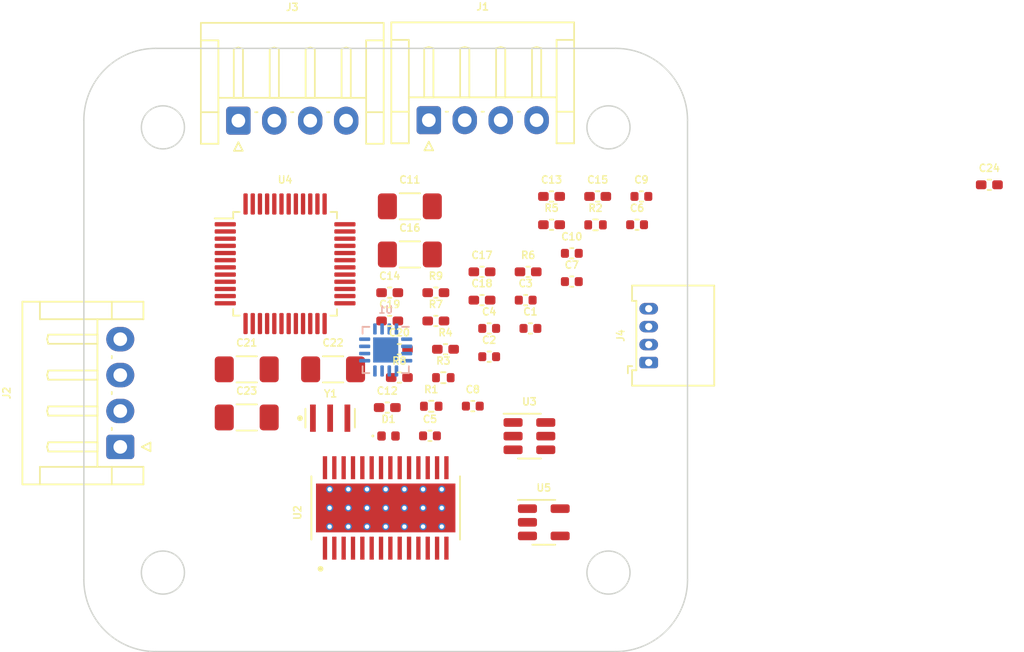
<source format=kicad_pcb>
(kicad_pcb (version 20211014) (generator pcbnew)
  (layers (0 "F.Cu" signal) (31 "B.Cu" signal) (34 "B.Paste" user) (35 "F.Paste" user) (36 "B.SilkS" user "B.Silkscreen") (37 "F.SilkS" user "F.Silkscreen") (38 "B.Mask" user) (39 "F.Mask" user) (44 "Edge.Cuts" user))
  (net 0 "")
  (net 10 "+24V")
  (net 11 "/VM")
  (net 12 "Net-(R9-Pad1)")
  (net 13 "Net-(C14-Pad1)")
  (net 14 "Net-(U3-Pad1)")
  (net 15 "Net-(U3-Pad6)")
  (net 16 "+5V")
  (net 17 "Net-(C17-Pad1)")
  (net 18 "Net-(C17-Pad2)")
  (net 19 "Net-(U2-Pad3)")
  (net 20 "Net-(R5-Pad1)")
  (net 21 "Step")
  (net 22 "Dir")
  (net 23 "Net-(R4-Pad2)")
  (net 24 "AOUT1")
  (net 25 "AOUT2")
  (net 26 "BOUT2")
  (net 27 "BOUT1")
  (net 29 "Reset")
  (net 30 "PWMD")
  (net 33 "HSE_OUT")
  (net 34 "GND")
  (net 35 "+3V3")
  (net 36 "HSE_IN")
  (net 37 "Net-(C6-Pad1)")
  (net 39 "Net-(D1-Pad1)")
  (net 40 "Net-(D1-Pad2)")
  (net 41 "USART2_RX")
  (net 42 "USART2_TX")
  (net 43 "SWCLK")
  (net 44 "SWDIO")
  (net 45 "Net-(JP1-Pad2)")
  (net 50 "MOSI")
  (net 51 "CS")
  (net 52 "MISO")
  (net 53 "SCK")
  (net 54 "Button")
  (net 58 "ERROR")
  (net 59 "SPI2_CS")
  (net 60 "SPI2_SCK")
  (net 61 "SPI2_MISO")
  (net 62 "SPI2_MOSI")
  (net 63 "PWMA")
  (net 64 "PWMB")
  (net 65 "PWMC")
  (net 66 "USB_DM")
  (net 67 "USB_DP")
  (net 72 "I2C1_SCL")
  (net 73 "I2C1_SDA")
  (footprint "Package_TO_SOT_SMD:SOT-23-5" (layer "F.Cu") (at 132 133)
    (fp_text reference "U5" (at 0 -2.4) (layer "F.SilkS") (effects (font (size 0.5 0.5) (thickness 0.1))))
    (fp_text value "SPX3819M5-L-3-3")
    (pad "1" smd roundrect locked (at -1.1375 -0.95) (size 1.325 0.6) (layers "F.Cu" "F.Paste" "F.Mask") (net 16 "+5V"))
    (pad "2" smd roundrect locked (at -1.1375 0) (size 1.325 0.6) (layers "F.Cu" "F.Paste" "F.Mask") (net 34 "GND"))
    (pad "3" smd roundrect locked (at -1.1375 0.95) (size 1.325 0.6) (layers "F.Cu" "F.Paste" "F.Mask") (net 16 "+5V"))
    (pad "4" smd roundrect locked (at 1.1375 0.95) (size 1.325 0.6) (layers "F.Cu" "F.Paste" "F.Mask"))
    (pad "5" smd roundrect locked (at 1.1375 -0.95) (size 1.325 0.6) (layers "F.Cu" "F.Paste" "F.Mask") (net 35 "+3V3"))
  )
  (footprint "Connector_Molex:Molex_PicoBlade_53048-0410_1x04_P1.25mm_Horizontal" (layer "F.Cu") (at 139.3 121.875 90)
    (fp_text reference "J4" (at 1.88 -1.95 90) (layer "F.SilkS") (effects (font (size 0.5 0.5) (thickness 0.1))))
    (fp_text value "Conn_01x04")
    (pad "1" thru_hole roundrect (at 0 0 90) (size 0.8 1.3) (drill 0.5) (layers *.Cu *.Mask) (net 35 "+3V3"))
    (pad "2" thru_hole oval (at 1.25 0 90) (size 0.8 1.3) (drill 0.5) (layers *.Cu *.Mask) (net 34 "GND"))
    (pad "3" thru_hole oval (at 2.5 0 90) (size 0.8 1.3) (drill 0.5) (layers *.Cu *.Mask) (net 43 "SWCLK"))
    (pad "4" thru_hole oval (at 3.75 0 90) (size 0.8 1.3) (drill 0.5) (layers *.Cu *.Mask) (net 44 "SWDIO"))
  )
  (footprint "CSTCE8M00G55:OSC_CSTCE8M00G55-R0" (layer "F.Cu") (at 117.135 125.75)
    (fp_text reference "Y1" (at 0.032 -1.7064) (layer "F.SilkS") (effects (font (size 0.5 0.5) (thickness 0.1))))
    (fp_text value "Crystal_GND3_Small")
    (pad "1" smd rect (at -1.2 0) (size 0.4 1.9) (layers "F.Cu" "F.Paste" "F.Mask") (net 33 "HSE_OUT"))
    (pad "2" smd rect (at 0 0) (size 0.4 1.9) (layers "F.Cu" "F.Paste" "F.Mask") (net 36 "HSE_IN"))
    (pad "3" smd rect (at 1.2 0) (size 0.4 1.9) (layers "F.Cu" "F.Paste" "F.Mask") (net 34 "GND"))
  )
  (footprint "Connector_JST:JST_EH_S4B-EH_1x04_P2.50mm_Horizontal" (layer "F.Cu") (at 110.75 105.0325)
    (fp_text reference "J3" (at 3.75 -7.9) (layer "F.SilkS") (effects (font (size 0.5 0.5) (thickness 0.1))))
    (fp_text value "Conn_01x04")
    (pad "1" thru_hole roundrect locked (at 0 0) (size 1.7 1.95) (drill 0.95) (layers *.Cu *.Mask) (roundrect_rratio 0.147059) (net 10 "+24V"))
    (pad "2" thru_hole oval locked (at 2.5 0) (size 1.7 1.95) (drill 0.95) (layers *.Cu *.Mask) (net 34 "GND"))
    (pad "3" thru_hole oval locked (at 5 0) (size 1.7 1.95) (drill 0.95) (layers *.Cu *.Mask) (net 21 "Step"))
    (pad "4" thru_hole oval locked (at 7.5 0) (size 1.7 1.95) (drill 0.95) (layers *.Cu *.Mask) (net 22 "Dir"))
  )
  (footprint "Capacitor_SMD:C_0402_1005Metric_Pad0.74x0.62mm_HandSolder" (layer "F.Cu") (at 121.28 117.01)
    (fp_text reference "C14" (at 0 -1.16) (layer "F.SilkS") (effects (font (size 0.5 0.5) (thickness 0.1))))
    (fp_text value "100nF")
    (pad "1" smd roundrect (at -0.5675 0) (size 0.735 0.62) (layers "F.Cu" "F.Paste" "F.Mask") (net 13 "Net-(C14-Pad1)"))
    (pad "2" smd roundrect (at 0.5675 0) (size 0.735 0.62) (layers "F.Cu" "F.Paste" "F.Mask") (net 34 "GND"))
  )
  (footprint "Capacitor_SMD:C_0402_1005Metric_Pad0.74x0.62mm_HandSolder" (layer "F.Cu") (at 124.49 117.01)
    (fp_text reference "R9" (at 0 -1.16) (layer "F.SilkS") (effects (font (size 0.5 0.5) (thickness 0.1))))
    (fp_text value "10k")
    (pad "1" smd roundrect (at -0.5675 0) (size 0.735 0.62) (layers "F.Cu" "F.Paste" "F.Mask") (net 12 "Net-(R9-Pad1)"))
    (pad "2" smd roundrect (at 0.5675 0) (size 0.735 0.62) (layers "F.Cu" "F.Paste" "F.Mask") (net 35 "+3V3"))
  )
  (footprint "Capacitor_SMD:C_0402_1005Metric" (layer "F.Cu") (at 130.74 117.53)
    (fp_text reference "C3" (at 0 -1.16) (layer "F.SilkS") (effects (font (size 0.5 0.5) (thickness 0.1))))
    (fp_text value "100nf")
    (pad "1" smd roundrect (at -0.48 0) (size 0.56 0.62) (layers "F.Cu" "F.Paste" "F.Mask") (net 35 "+3V3"))
    (pad "2" smd roundrect (at 0.48 0) (size 0.56 0.62) (layers "F.Cu" "F.Paste" "F.Mask") (net 34 "GND"))
  )
  (footprint "Capacitor_SMD:C_0402_1005Metric" (layer "F.Cu") (at 131.07 119.5)
    (fp_text reference "C1" (at 0 -1.16) (layer "F.SilkS") (effects (font (size 0.5 0.5) (thickness 0.1))))
    (fp_text value "30PF")
    (pad "1" smd roundrect (at -0.48 0) (size 0.56 0.62) (layers "F.Cu" "F.Paste" "F.Mask") (net 33 "HSE_OUT"))
    (pad "2" smd roundrect (at 0.48 0) (size 0.56 0.62) (layers "F.Cu" "F.Paste" "F.Mask") (net 34 "GND"))
  )
  (footprint "Package_QFP:LQFP-48_7x7mm_P0.5mm" (layer "F.Cu") (at 114 115)
    (fp_text reference "U4" (at 0 -5.85) (layer "F.SilkS") (effects (font (size 0.5 0.5) (thickness 0.1))))
    (fp_text value "STM32F103C8T6")
    (pad "1" smd roundrect (at -4.1625 -2.75) (size 1.475 0.3) (layers "F.Cu" "F.Paste" "F.Mask") (net 35 "+3V3"))
    (pad "2" smd roundrect (at -4.1625 -2.25) (size 1.475 0.3) (layers "F.Cu" "F.Paste" "F.Mask") (net 40 "Net-(D1-Pad2)"))
    (pad "3" smd roundrect (at -4.1625 -1.75) (size 1.475 0.3) (layers "F.Cu" "F.Paste" "F.Mask"))
    (pad "4" smd roundrect (at -4.1625 -1.25) (size 1.475 0.3) (layers "F.Cu" "F.Paste" "F.Mask"))
    (pad "5" smd roundrect (at -4.1625 -0.75) (size 1.475 0.3) (layers "F.Cu" "F.Paste" "F.Mask") (net 36 "HSE_IN"))
    (pad "6" smd roundrect (at -4.1625 -0.25) (size 1.475 0.3) (layers "F.Cu" "F.Paste" "F.Mask") (net 33 "HSE_OUT"))
    (pad "7" smd roundrect (at -4.1625 0.25) (size 1.475 0.3) (layers "F.Cu" "F.Paste" "F.Mask") (net 37 "Net-(C6-Pad1)"))
    (pad "8" smd roundrect (at -4.1625 0.75) (size 1.475 0.3) (layers "F.Cu" "F.Paste" "F.Mask") (net 34 "GND"))
    (pad "9" smd roundrect (at -4.1625 1.25) (size 1.475 0.3) (layers "F.Cu" "F.Paste" "F.Mask") (net 35 "+3V3"))
    (pad "10" smd roundrect (at -4.1625 1.75) (size 1.475 0.3) (layers "F.Cu" "F.Paste" "F.Mask") (net 29 "Reset"))
    (pad "11" smd roundrect (at -4.1625 2.25) (size 1.475 0.3) (layers "F.Cu" "F.Paste" "F.Mask") (net 30 "PWMD"))
    (pad "12" smd roundrect (at -4.1625 2.75) (size 1.475 0.3) (layers "F.Cu" "F.Paste" "F.Mask") (net 42 "USART2_TX"))
    (pad "13" smd roundrect (at -2.75 4.1625) (size 0.3 1.475) (layers "F.Cu" "F.Paste" "F.Mask") (net 41 "USART2_RX"))
    (pad "14" smd roundrect (at -2.25 4.1625) (size 0.3 1.475) (layers "F.Cu" "F.Paste" "F.Mask") (net 51 "CS"))
    (pad "15" smd roundrect (at -1.75 4.1625) (size 0.3 1.475) (layers "F.Cu" "F.Paste" "F.Mask") (net 53 "SCK"))
    (pad "16" smd roundrect (at -1.25 4.1625) (size 0.3 1.475) (layers "F.Cu" "F.Paste" "F.Mask") (net 52 "MISO"))
    (pad "17" smd roundrect (at -0.75 4.1625) (size 0.3 1.475) (layers "F.Cu" "F.Paste" "F.Mask") (net 50 "MOSI"))
    (pad "18" smd roundrect (at -0.25 4.1625) (size 0.3 1.475) (layers "F.Cu" "F.Paste" "F.Mask") (net 54 "Button"))
    (pad "19" smd roundrect (at 0.25 4.1625) (size 0.3 1.475) (layers "F.Cu" "F.Paste" "F.Mask"))
    (pad "20" smd roundrect (at 0.75 4.1625) (size 0.3 1.475) (layers "F.Cu" "F.Paste" "F.Mask"))
    (pad "21" smd roundrect (at 1.25 4.1625) (size 0.3 1.475) (layers "F.Cu" "F.Paste" "F.Mask"))
    (pad "22" smd roundrect (at 1.75 4.1625) (size 0.3 1.475) (layers "F.Cu" "F.Paste" "F.Mask") (net 58 "ERROR"))
    (pad "23" smd roundrect (at 2.25 4.1625) (size 0.3 1.475) (layers "F.Cu" "F.Paste" "F.Mask") (net 34 "GND"))
    (pad "24" smd roundrect (at 2.75 4.1625) (size 0.3 1.475) (layers "F.Cu" "F.Paste" "F.Mask") (net 35 "+3V3"))
    (pad "25" smd roundrect (at 4.1625 2.75) (size 1.475 0.3) (layers "F.Cu" "F.Paste" "F.Mask") (net 59 "SPI2_CS"))
    (pad "26" smd roundrect (at 4.1625 2.25) (size 1.475 0.3) (layers "F.Cu" "F.Paste" "F.Mask") (net 60 "SPI2_SCK"))
    (pad "27" smd roundrect (at 4.1625 1.75) (size 1.475 0.3) (layers "F.Cu" "F.Paste" "F.Mask") (net 61 "SPI2_MISO"))
    (pad "28" smd roundrect (at 4.1625 1.25) (size 1.475 0.3) (layers "F.Cu" "F.Paste" "F.Mask") (net 62 "SPI2_MOSI"))
    (pad "29" smd roundrect (at 4.1625 0.75) (size 1.475 0.3) (layers "F.Cu" "F.Paste" "F.Mask") (net 63 "PWMA"))
    (pad "30" smd roundrect (at 4.1625 0.25) (size 1.475 0.3) (layers "F.Cu" "F.Paste" "F.Mask") (net 64 "PWMB"))
    (pad "31" smd roundrect (at 4.1625 -0.25) (size 1.475 0.3) (layers "F.Cu" "F.Paste" "F.Mask") (net 65 "PWMC"))
    (pad "32" smd roundrect (at 4.1625 -0.75) (size 1.475 0.3) (layers "F.Cu" "F.Paste" "F.Mask") (net 66 "USB_DM"))
    (pad "33" smd roundrect (at 4.1625 -1.25) (size 1.475 0.3) (layers "F.Cu" "F.Paste" "F.Mask") (net 67 "USB_DP"))
    (pad "34" smd roundrect (at 4.1625 -1.75) (size 1.475 0.3) (layers "F.Cu" "F.Paste" "F.Mask") (net 44 "SWDIO"))
    (pad "35" smd roundrect (at 4.1625 -2.25) (size 1.475 0.3) (layers "F.Cu" "F.Paste" "F.Mask") (net 34 "GND"))
    (pad "36" smd roundrect (at 4.1625 -2.75) (size 1.475 0.3) (layers "F.Cu" "F.Paste" "F.Mask") (net 35 "+3V3"))
    (pad "37" smd roundrect (at 2.75 -4.1625) (size 0.3 1.475) (layers "F.Cu" "F.Paste" "F.Mask") (net 43 "SWCLK"))
    (pad "38" smd roundrect (at 2.25 -4.1625) (size 0.3 1.475) (layers "F.Cu" "F.Paste" "F.Mask"))
    (pad "39" smd roundrect (at 1.75 -4.1625) (size 0.3 1.475) (layers "F.Cu" "F.Paste" "F.Mask"))
    (pad "40" smd roundrect (at 1.25 -4.1625) (size 0.3 1.475) (layers "F.Cu" "F.Paste" "F.Mask"))
    (pad "41" smd roundrect (at 0.75 -4.1625) (size 0.3 1.475) (layers "F.Cu" "F.Paste" "F.Mask"))
    (pad "42" smd roundrect (at 0.25 -4.1625) (size 0.3 1.475) (layers "F.Cu" "F.Paste" "F.Mask") (net 72 "I2C1_SCL"))
    (pad "43" smd roundrect (at -0.25 -4.1625) (size 0.3 1.475) (layers "F.Cu" "F.Paste" "F.Mask") (net 73 "I2C1_SDA"))
    (pad "44" smd roundrect (at -0.75 -4.1625) (size 0.3 1.475) (layers "F.Cu" "F.Paste" "F.Mask") (net 45 "Net-(JP1-Pad2)"))
    (pad "45" smd roundrect (at -1.25 -4.1625) (size 0.3 1.475) (layers "F.Cu" "F.Paste" "F.Mask"))
    (pad "46" smd roundrect (at -1.75 -4.1625) (size 0.3 1.475) (layers "F.Cu" "F.Paste" "F.Mask"))
    (pad "47" smd roundrect (at -2.25 -4.1625) (size 0.3 1.475) (layers "F.Cu" "F.Paste" "F.Mask") (net 34 "GND"))
    (pad "48" smd roundrect (at -2.75 -4.1625) (size 0.3 1.475) (layers "F.Cu" "F.Paste" "F.Mask") (net 35 "+3V3"))
  )
  (footprint "Capacitor_SMD:C_1206_3216Metric_Pad1.33x1.80mm_HandSolder" (layer "F.Cu") (at 122.68 111)
    (fp_text reference "C11" (at 0 -1.85) (layer "F.SilkS") (effects (font (size 0.5 0.5) (thickness 0.1))))
    (fp_text value "4.7uF")
    (pad "1" smd roundrect (at -1.5625 0) (size 1.325 1.8) (layers "F.Cu" "F.Paste" "F.Mask") (roundrect_rratio 0.188679) (net 10 "+24V"))
    (pad "2" smd roundrect (at 1.5625 0) (size 1.325 1.8) (layers "F.Cu" "F.Paste" "F.Mask") (roundrect_rratio 0.188679) (net 34 "GND"))
  )
  (footprint "Capacitor_SMD:C_1206_3216Metric_Pad1.33x1.80mm_HandSolder" (layer "F.Cu") (at 111.33 122.35)
    (fp_text reference "C21" (at 0 -1.85) (layer "F.SilkS") (effects (font (size 0.5 0.5) (thickness 0.1))))
    (fp_text value "47uF")
    (pad "1" smd roundrect (at -1.5625 0) (size 1.325 1.8) (layers "F.Cu" "F.Paste" "F.Mask") (roundrect_rratio 0.188679) (net 16 "+5V"))
    (pad "2" smd roundrect (at 1.5625 0) (size 1.325 1.8) (layers "F.Cu" "F.Paste" "F.Mask") (roundrect_rratio 0.188679) (net 34 "GND"))
  )
  (footprint "Capacitor_SMD:C_0402_1005Metric_Pad0.74x0.62mm_HandSolder" (layer "F.Cu") (at 135.75 110.31)
    (fp_text reference "C15" (at 0 -1.16) (layer "F.SilkS") (effects (font (size 0.5 0.5) (thickness 0.1))))
    (fp_text value "4.7uF")
    (pad "1" smd roundrect (at -0.5675 0) (size 0.735 0.62) (layers "F.Cu" "F.Paste" "F.Mask") (net 14 "Net-(U3-Pad1)"))
    (pad "2" smd roundrect (at 0.5675 0) (size 0.735 0.62) (layers "F.Cu" "F.Paste" "F.Mask") (net 15 "Net-(U3-Pad6)"))
  )
  (footprint "Package_TO_SOT_SMD:SOT-23-6" (layer "F.Cu") (at 131 127)
    (fp_text reference "U3" (at 0 -2.4) (layer "F.SilkS") (effects (font (size 0.5 0.5) (thickness 0.1))))
    (fp_text value "ME3116")
    (pad "1" smd roundrect locked (at -1.1375 -0.95) (size 1.325 0.6) (layers "F.Cu" "F.Paste" "F.Mask") (net 14 "Net-(U3-Pad1)"))
    (pad "2" smd roundrect locked (at -1.1375 0) (size 1.325 0.6) (layers "F.Cu" "F.Paste" "F.Mask") (net 34 "GND"))
    (pad "3" smd roundrect locked (at -1.1375 0.95) (size 1.325 0.6) (layers "F.Cu" "F.Paste" "F.Mask") (net 20 "Net-(R5-Pad1)"))
    (pad "4" smd roundrect locked (at 1.1375 0.95) (size 1.325 0.6) (layers "F.Cu" "F.Paste" "F.Mask") (net 23 "Net-(R4-Pad2)"))
    (pad "5" smd roundrect locked (at 1.1375 0) (size 1.325 0.6) (layers "F.Cu" "F.Paste" "F.Mask") (net 10 "+24V"))
    (pad "6" smd roundrect locked (at 1.1375 -0.95) (size 1.325 0.6) (layers "F.Cu" "F.Paste" "F.Mask") (net 15 "Net-(U3-Pad6)"))
  )
  (footprint "Capacitor_SMD:C_1206_3216Metric_Pad1.33x1.80mm_HandSolder" (layer "F.Cu") (at 111.33 125.7)
    (fp_text reference "C23" (at 0 -1.85) (layer "F.SilkS") (effects (font (size 0.5 0.5) (thickness 0.1))))
    (fp_text value "47uF")
    (pad "1" smd roundrect (at -1.5625 0) (size 1.325 1.8) (layers "F.Cu" "F.Paste" "F.Mask") (roundrect_rratio 0.188679) (net 11 "/VM"))
    (pad "2" smd roundrect (at 1.5625 0) (size 1.325 1.8) (layers "F.Cu" "F.Paste" "F.Mask") (roundrect_rratio 0.188679) (net 34 "GND"))
  )
  (footprint "Capacitor_SMD:C_0402_1005Metric_Pad0.74x0.62mm_HandSolder" (layer "F.Cu") (at 121.28 118.98)
    (fp_text reference "C19" (at 0 -1.16) (layer "F.SilkS") (effects (font (size 0.5 0.5) (thickness 0.1))))
    (fp_text value "100nF")
    (pad "1" smd roundrect (at -0.5675 0) (size 0.735 0.62) (layers "F.Cu" "F.Paste" "F.Mask") (net 11 "/VM"))
    (pad "2" smd roundrect (at 0.5675 0) (size 0.735 0.62) (layers "F.Cu" "F.Paste" "F.Mask") (net 34 "GND"))
  )
  (footprint "Capacitor_SMD:C_0402_1005Metric" (layer "F.Cu") (at 133.95 114.27)
    (fp_text reference "C10" (at 0 -1.16) (layer "F.SilkS") (effects (font (size 0.5 0.5) (thickness 0.1))))
    (fp_text value "10uf")
    (pad "1" smd roundrect (at -0.48 0) (size 0.56 0.62) (layers "F.Cu" "F.Paste" "F.Mask") (net 35 "+3V3"))
    (pad "2" smd roundrect (at 0.48 0) (size 0.56 0.62) (layers "F.Cu" "F.Paste" "F.Mask") (net 34 "GND"))
  )
  (footprint "Capacitor_SMD:C_0402_1005Metric" (layer "F.Cu") (at 138.49 112.28)
    (fp_text reference "C6" (at 0 -1.16) (layer "F.SilkS") (effects (font (size 0.5 0.5) (thickness 0.1))))
    (fp_text value "100nf")
    (pad "1" smd roundrect (at -0.48 0) (size 0.56 0.62) (layers "F.Cu" "F.Paste" "F.Mask") (net 37 "Net-(C6-Pad1)"))
    (pad "2" smd roundrect (at 0.48 0) (size 0.56 0.62) (layers "F.Cu" "F.Paste" "F.Mask") (net 34 "GND"))
  )
  (footprint "Capacitor_SMD:C_1206_3216Metric_Pad1.33x1.80mm_HandSolder" (layer "F.Cu") (at 122.68 114.35)
    (fp_text reference "C16" (at 0 -1.85) (layer "F.SilkS") (effects (font (size 0.5 0.5) (thickness 0.1))))
    (fp_text value "47uF")
    (pad "1" smd roundrect (at -1.5625 0) (size 1.325 1.8) (layers "F.Cu" "F.Paste" "F.Mask") (roundrect_rratio 0.188679) (net 16 "+5V"))
    (pad "2" smd roundrect (at 1.5625 0) (size 1.325 1.8) (layers "F.Cu" "F.Paste" "F.Mask") (roundrect_rratio 0.188679) (net 34 "GND"))
  )
  (footprint "Capacitor_SMD:C_0402_1005Metric_Pad0.74x0.62mm_HandSolder" (layer "F.Cu") (at 127.7 115.56)
    (fp_text reference "C17" (at 0 -1.16) (layer "F.SilkS") (effects (font (size 0.5 0.5) (thickness 0.1))))
    (fp_text value "100nF")
    (pad "1" smd roundrect (at -0.5675 0) (size 0.735 0.62) (layers "F.Cu" "F.Paste" "F.Mask") (net 17 "Net-(C17-Pad1)"))
    (pad "2" smd roundrect (at 0.5675 0) (size 0.735 0.62) (layers "F.Cu" "F.Paste" "F.Mask") (net 18 "Net-(C17-Pad2)"))
  )
  (footprint "Capacitor_SMD:C_0402_1005Metric_Pad0.74x0.62mm_HandSolder" (layer "F.Cu") (at 132.54 112.28)
    (fp_text reference "R5" (at 0 -1.16) (layer "F.SilkS") (effects (font (size 0.5 0.5) (thickness 0.1))))
    (fp_text value "R_Small")
    (pad "1" smd roundrect (at -0.5675 0) (size 0.735 0.62) (layers "F.Cu" "F.Paste" "F.Mask") (net 20 "Net-(R5-Pad1)"))
    (pad "2" smd roundrect (at 0.5675 0) (size 0.735 0.62) (layers "F.Cu" "F.Paste" "F.Mask") (net 34 "GND"))
  )
  (footprint "Connector_JST:JST_EH_S4B-EH_1x04_P2.50mm_Horizontal" (layer "F.Cu") (at 102.5325 127.75 90)
    (fp_text reference "J2" (at 3.75 -7.9 90) (layer "F.SilkS") (effects (font (size 0.5 0.5) (thickness 0.1))))
    (fp_text value "Conn_01x04")
    (pad "1" thru_hole roundrect locked (at 0 0 90) (size 1.7 1.95) (drill 0.95) (layers *.Cu *.Mask) (roundrect_rratio 0.147059) (net 10 "+24V"))
    (pad "2" thru_hole oval locked (at 2.5 0 90) (size 1.7 1.95) (drill 0.95) (layers *.Cu *.Mask) (net 34 "GND"))
    (pad "3" thru_hole oval locked (at 5 0 90) (size 1.7 1.95) (drill 0.95) (layers *.Cu *.Mask) (net 41 "USART2_RX"))
    (pad "4" thru_hole oval locked (at 7.5 0 90) (size 1.7 1.95) (drill 0.95) (layers *.Cu *.Mask) (net 42 "USART2_TX"))
  )
  (footprint "Capacitor_SMD:C_1206_3216Metric_Pad1.33x1.80mm_HandSolder" (layer "F.Cu") (at 117.34 122.35)
    (fp_text reference "C22" (at 0 -1.85) (layer "F.SilkS") (effects (font (size 0.5 0.5) (thickness 0.1))))
    (fp_text value "47uF")
    (pad "1" smd roundrect (at -1.5625 0) (size 1.325 1.8) (layers "F.Cu" "F.Paste" "F.Mask") (roundrect_rratio 0.188679) (net 35 "+3V3"))
    (pad "2" smd roundrect (at 1.5625 0) (size 1.325 1.8) (layers "F.Cu" "F.Paste" "F.Mask") (roundrect_rratio 0.188679) (net 34 "GND"))
  )
  (footprint "Capacitor_SMD:C_0402_1005Metric_Pad0.74x0.62mm_HandSolder" (layer "F.Cu") (at 121.95 122.92)
    (fp_text reference "R8" (at 0 -1.16) (layer "F.SilkS") (effects (font (size 0.5 0.5) (thickness 0.1))))
    (fp_text value "10k")
    (pad "1" smd roundrect (at -0.5675 0) (size 0.735 0.62) (layers "F.Cu" "F.Paste" "F.Mask"))
    (pad "2" smd roundrect (at 0.5675 0) (size 0.735 0.62) (layers "F.Cu" "F.Paste" "F.Mask"))
  )
  (footprint "Capacitor_SMD:C_0402_1005Metric_Pad0.74x0.62mm_HandSolder" (layer "F.Cu") (at 132.54 110.31)
    (fp_text reference "C13" (at 0 -1.16) (layer "F.SilkS") (effects (font (size 0.5 0.5) (thickness 0.1))))
    (fp_text value "100nF")
    (pad "1" smd roundrect (at -0.5675 0) (size 0.735 0.62) (layers "F.Cu" "F.Paste" "F.Mask") (net 12 "Net-(R9-Pad1)"))
    (pad "2" smd roundrect (at 0.5675 0) (size 0.735 0.62) (layers "F.Cu" "F.Paste" "F.Mask") (net 34 "GND"))
  )
  (footprint "Capacitor_SMD:C_0402_1005Metric" (layer "F.Cu") (at 128.2 119.5)
    (fp_text reference "C4" (at 0 -1.16) (layer "F.SilkS") (effects (font (size 0.5 0.5) (thickness 0.1))))
    (fp_text value "30PF")
    (pad "1" smd roundrect (at -0.48 0) (size 0.56 0.62) (layers "F.Cu" "F.Paste" "F.Mask") (net 36 "HSE_IN"))
    (pad "2" smd roundrect (at 0.48 0) (size 0.56 0.62) (layers "F.Cu" "F.Paste" "F.Mask") (net 34 "GND"))
  )
  (footprint "Capacitor_SMD:C_0402_1005Metric_Pad0.74x0.62mm_HandSolder" (layer "F.Cu") (at 124.49 118.98)
    (fp_text reference "R7" (at 0 -1.16) (layer "F.SilkS") (effects (font (size 0.5 0.5) (thickness 0.1))))
    (fp_text value "10k")
    (pad "1" smd roundrect (at -0.5675 0) (size 0.735 0.62) (layers "F.Cu" "F.Paste" "F.Mask"))
    (pad "2" smd roundrect (at 0.5675 0) (size 0.735 0.62) (layers "F.Cu" "F.Paste" "F.Mask"))
  )
  (footprint "Capacitor_SMD:C_0402_1005Metric" (layer "F.Cu") (at 124.08 126.98)
    (fp_text reference "C5" (at 0 -1.16) (layer "F.SilkS") (effects (font (size 0.5 0.5) (thickness 0.1))))
    (fp_text value "100nf")
    (pad "1" smd roundrect (at -0.48 0) (size 0.56 0.62) (layers "F.Cu" "F.Paste" "F.Mask") (net 35 "+3V3"))
    (pad "2" smd roundrect (at 0.48 0) (size 0.56 0.62) (layers "F.Cu" "F.Paste" "F.Mask") (net 34 "GND"))
  )
  (footprint "Capacitor_SMD:C_0402_1005Metric_Pad0.74x0.62mm_HandSolder" (layer "F.Cu") (at 121.95 120.95)
    (fp_text reference "C20" (at 0 -1.16) (layer "F.SilkS") (effects (font (size 0.5 0.5) (thickness 0.1))))
    (fp_text value "4.7uF")
    (pad "1" smd roundrect (at -0.5675 0) (size 0.735 0.62) (layers "F.Cu" "F.Paste" "F.Mask") (net 16 "+5V"))
    (pad "2" smd roundrect (at 0.5675 0) (size 0.735 0.62) (layers "F.Cu" "F.Paste" "F.Mask") (net 34 "GND"))
  )
  (footprint "Resistor_SMD:R_0402_1005Metric" (layer "F.Cu") (at 135.6 112.29)
    (fp_text reference "R2" (at 0 -1.17) (layer "F.SilkS") (effects (font (size 0.5 0.5) (thickness 0.1))))
    (fp_text value "1K5")
    (pad "1" smd roundrect (at -0.51 0) (size 0.54 0.64) (layers "F.Cu" "F.Paste" "F.Mask") (net 39 "Net-(D1-Pad1)"))
    (pad "2" smd roundrect (at 0.51 0) (size 0.54 0.64) (layers "F.Cu" "F.Paste" "F.Mask") (net 34 "GND"))
  )
  (footprint "Capacitor_SMD:C_0402_1005Metric_Pad0.74x0.62mm_HandSolder" (layer "F.Cu") (at 130.91 115.56)
    (fp_text reference "R6" (at 0 -1.16) (layer "F.SilkS") (effects (font (size 0.5 0.5) (thickness 0.1))))
    (fp_text value "R_Small")
    (pad "1" smd roundrect (at -0.5675 0) (size 0.735 0.62) (layers "F.Cu" "F.Paste" "F.Mask") (net 16 "+5V"))
    (pad "2" smd roundrect (at 0.5675 0) (size 0.735 0.62) (layers "F.Cu" "F.Paste" "F.Mask") (net 20 "Net-(R5-Pad1)"))
  )
  (footprint "Capacitor_SMD:C_0402_1005Metric_Pad0.74x0.62mm_HandSolder" (layer "F.Cu") (at 125.16 120.95)
    (fp_text reference "R4" (at 0 -1.16) (layer "F.SilkS") (effects (font (size 0.5 0.5) (thickness 0.1))))
    (fp_text value "R_Small")
    (pad "1" smd roundrect (at -0.5675 0) (size 0.735 0.62) (layers "F.Cu" "F.Paste" "F.Mask") (net 10 "+24V"))
    (pad "2" smd roundrect (at 0.5675 0) (size 0.735 0.62) (layers "F.Cu" "F.Paste" "F.Mask") (net 23 "Net-(R4-Pad2)"))
  )
  (footprint "Capacitor_SMD:C_0402_1005Metric" (layer "F.Cu") (at 138.79 110.31)
    (fp_text reference "C9" (at 0 -1.16) (layer "F.SilkS") (effects (font (size 0.5 0.5) (thickness 0.1))))
    (fp_text value "100nf")
    (pad "1" smd roundrect (at -0.48 0) (size 0.56 0.62) (layers "F.Cu" "F.Paste" "F.Mask") (net 35 "+3V3"))
    (pad "2" smd roundrect (at 0.48 0) (size 0.56 0.62) (layers "F.Cu" "F.Paste" "F.Mask") (net 34 "GND"))
  )
  (footprint "Connector_JST:JST_EH_S4B-EH_1x04_P2.50mm_Horizontal" (layer "F.Cu") (at 124 105)
    (fp_text reference "J1" (at 3.75 -7.9) (layer "F.SilkS") (effects (font (size 0.5 0.5) (thickness 0.1))))
    (fp_text value "Conn_01x04")
    (pad "1" thru_hole roundrect locked (at 0 0) (size 1.7 1.95) (drill 0.95) (layers *.Cu *.Mask) (roundrect_rratio 0.147059) (net 10 "+24V"))
    (pad "2" thru_hole oval locked (at 2.5 0) (size 1.7 1.95) (drill 0.95) (layers *.Cu *.Mask) (net 34 "GND"))
    (pad "3" thru_hole oval locked (at 5 0) (size 1.7 1.95) (drill 0.95) (layers *.Cu *.Mask) (net 41 "USART2_RX"))
    (pad "4" thru_hole oval locked (at 7.5 0) (size 1.7 1.95) (drill 0.95) (layers *.Cu *.Mask) (net 42 "USART2_TX"))
  )
  (footprint "Capacitor_SMD:C_0402_1005Metric_Pad0.74x0.62mm_HandSolder" (layer "F.Cu") (at 121.11 125.01)
    (fp_text reference "C12" (at 0 -1.16) (layer "F.SilkS") (effects (font (size 0.5 0.5) (thickness 0.1))))
    (fp_text value "100nF")
    (pad "1" smd roundrect (at -0.5675 0) (size 0.735 0.62) (layers "F.Cu" "F.Paste" "F.Mask") (net 34 "GND"))
    (pad "2" smd roundrect (at 0.5675 0) (size 0.735 0.62) (layers "F.Cu" "F.Paste" "F.Mask") (net 11 "/VM"))
  )
  (footprint "Capacitor_SMD:C_0402_1005Metric" (layer "F.Cu") (at 128.2 121.47)
    (fp_text reference "C2" (at 0 -1.16) (layer "F.SilkS") (effects (font (size 0.5 0.5) (thickness 0.1))))
    (fp_text value "4u7")
    (pad "1" smd roundrect (at -0.48 0) (size 0.56 0.62) (layers "F.Cu" "F.Paste" "F.Mask") (net 35 "+3V3"))
    (pad "2" smd roundrect (at 0.48 0) (size 0.56 0.62) (layers "F.Cu" "F.Paste" "F.Mask") (net 34 "GND"))
  )
  (footprint "Capacitor_SMD:C_0402_1005Metric" (layer "F.Cu") (at 127.06 124.91)
    (fp_text reference "C8" (at 0 -1.16) (layer "F.SilkS") (effects (font (size 0.5 0.5) (thickness 0.1))))
    (fp_text value "100nf")
    (pad "1" smd roundrect (at -0.48 0) (size 0.56 0.62) (layers "F.Cu" "F.Paste" "F.Mask") (net 35 "+3V3"))
    (pad "2" smd roundrect (at 0.48 0) (size 0.56 0.62) (layers "F.Cu" "F.Paste" "F.Mask") (net 34 "GND"))
  )
  (footprint "Capacitor_SMD:C_0402_1005Metric_Pad0.74x0.62mm_HandSolder" (layer "F.Cu") (at 163 109.5)
    (fp_text reference "C24" (at 0 -1.16) (layer "F.SilkS") (effects (font (size 0.5 0.5) (thickness 0.1))))
    (fp_text value "100nF")
    (pad "1" smd roundrect locked (at -0.5675 0) (size 0.735 0.62) (layers "F.Cu" "F.Paste" "F.Mask") (net 16 "+5V"))
    (pad "2" smd roundrect locked (at 0.5675 0) (size 0.735 0.62) (layers "F.Cu" "F.Paste" "F.Mask") (net 20 "Net-(R5-Pad1)"))
  )
  (footprint "Capacitor_SMD:C_0402_1005Metric" (layer "F.Cu") (at 133.95 116.24)
    (fp_text reference "C7" (at 0 -1.16) (layer "F.SilkS") (effects (font (size 0.5 0.5) (thickness 0.1))))
    (fp_text value "100nf")
    (pad "1" smd roundrect (at -0.48 0) (size 0.56 0.62) (layers "F.Cu" "F.Paste" "F.Mask") (net 35 "+3V3"))
    (pad "2" smd roundrect (at 0.48 0) (size 0.56 0.62) (layers "F.Cu" "F.Paste" "F.Mask") (net 34 "GND"))
  )
  (footprint "DRV8841:IC_TPS61196PWPRQ1" (layer "F.Cu") (at 121 132 90)
    (fp_text reference "U2" (at -0.325 -6.135 90) (layer "F.SilkS") (effects (font (size 0.5 0.5) (thickness 0.1))))
    (fp_text value "DRV8841")
    (pad "1" smd rect (at -2.8 -4.225 90) (size 1.6 0.3) (layers "F.Cu") (net 17 "Net-(C17-Pad1)"))
    (pad "2" smd rect (at -2.8 -3.575 90) (size 1.6 0.3) (layers "F.Cu") (net 18 "Net-(C17-Pad2)"))
    (pad "3" smd rect (at -2.8 -2.925 90) (size 1.6 0.3) (layers "F.Cu") (net 19 "Net-(U2-Pad3)"))
    (pad "4" smd rect (at -2.8 -2.275 90) (size 1.6 0.3) (layers "F.Cu") (net 11 "/VM"))
    (pad "5" smd rect (at -2.8 -1.625 90) (size 1.6 0.3) (layers "F.Cu") (net 24 "AOUT1"))
    (pad "6" smd rect (at -2.8 -0.975 90) (size 1.6 0.3) (layers "F.Cu") (net 34 "GND"))
    (pad "7" smd rect (at -2.8 -0.325 90) (size 1.6 0.3) (layers "F.Cu") (net 25 "AOUT2"))
    (pad "8" smd rect (at -2.8 0.325 90) (size 1.6 0.3) (layers "F.Cu") (net 26 "BOUT2"))
    (pad "9" smd rect (at -2.8 0.975 90) (size 1.6 0.3) (layers "F.Cu") (net 34 "GND"))
    (pad "10" smd rect (at -2.8 1.625 90) (size 1.6 0.3) (layers "F.Cu") (net 27 "BOUT1"))
    (pad "11" smd rect (at -2.8 2.275 90) (size 1.6 0.3) (layers "F.Cu") (net 11 "/VM"))
    (pad "12" smd rect (at -2.8 2.925 90) (size 1.6 0.3) (layers "F.Cu") (net 13 "Net-(C14-Pad1)"))
    (pad "13" smd rect (at -2.8 3.575 90) (size 1.6 0.3) (layers "F.Cu") (net 13 "Net-(C14-Pad1)"))
    (pad "14" smd rect (at -2.8 4.225 90) (size 1.6 0.3) (layers "F.Cu") (net 34 "GND"))
    (pad "15" smd rect (at 2.8 4.225 90) (size 1.6 0.3) (layers "F.Cu") (net 13 "Net-(C14-Pad1)"))
    (pad "16" smd rect (at 2.8 3.575 90) (size 1.6 0.3) (layers "F.Cu") (net 29 "Reset"))
    (pad "17" smd rect (at 2.8 2.925 90) (size 1.6 0.3) (layers "F.Cu") (net 12 "Net-(R9-Pad1)"))
    (pad "18" smd rect (at 2.8 2.275 90) (size 1.6 0.3) (layers "F.Cu") (net 12 "Net-(R9-Pad1)"))
    (pad "19" smd rect (at 2.8 1.625 90) (size 1.6 0.3) (layers "F.Cu"))
    (pad "20" smd rect (at 2.8 0.975 90) (size 1.6 0.3) (layers "F.Cu") (net 64 "PWMB"))
    (pad "21" smd rect (at 2.8 0.325 90) (size 1.6 0.3) (layers "F.Cu") (net 63 "PWMA"))
    (pad "22" smd rect (at 2.8 -0.325 90) (size 1.6 0.3) (layers "F.Cu") (net 65 "PWMC"))
    (pad "23" smd rect (at 2.8 -0.975 90) (size 1.6 0.3) (layers "F.Cu") (net 30 "PWMD"))
    (pad "24" smd rect (at 2.8 -1.625 90) (size 1.6 0.3) (layers "F.Cu") (net 34 "GND"))
    (pad "25" smd rect (at 2.8 -2.275 90) (size 1.6 0.3) (layers "F.Cu") (net 34 "GND"))
    (pad "26" smd rect (at 2.8 -2.925 90) (size 1.6 0.3) (layers "F.Cu") (net 34 "GND"))
    (pad "27" smd rect (at 2.8 -3.575 90) (size 1.6 0.3) (layers "F.Cu") (net 34 "GND"))
    (pad "28" smd rect (at 2.8 -4.225 90) (size 1.6 0.3) (layers "F.Cu") (net 34 "GND"))
    (pad "29" smd rect (at 0 0 90) (size 3.4 9.7) (layers "F.Cu"))
    (pad "30" thru_hole circle (at 0 0 90) (size 0.5 0.5) (drill 0.3) (layers *.Cu))
    (pad "31" thru_hole circle (at 0 -1.3 90) (size 0.5 0.5) (drill 0.3) (layers *.Cu))
    (pad "32" thru_hole circle (at 0 -2.6 90) (size 0.5 0.5) (drill 0.3) (layers *.Cu))
    (pad "33" thru_hole circle (at 0 -3.9 90) (size 0.5 0.5) (drill 0.3) (layers *.Cu))
    (pad "34" thru_hole circle (at 0 1.3 90) (size 0.5 0.5) (drill 0.3) (layers *.Cu))
    (pad "35" thru_hole circle (at 0 2.6 90) (size 0.5 0.5) (drill 0.3) (layers *.Cu))
    (pad "36" thru_hole circle (at 0 3.9 90) (size 0.5 0.5) (drill 0.3) (layers *.Cu))
    (pad "37" thru_hole circle (at -1.3 -3.9 90) (size 0.5 0.5) (drill 0.3) (layers *.Cu))
    (pad "38" thru_hole circle (at 1.3 -3.9 90) (size 0.5 0.5) (drill 0.3) (layers *.Cu))
    (pad "39" thru_hole circle (at -1.3 -2.6 90) (size 0.5 0.5) (drill 0.3) (layers *.Cu))
    (pad "40" thru_hole circle (at 1.3 -2.6 90) (size 0.5 0.5) (drill 0.3) (layers *.Cu))
    (pad "41" thru_hole circle (at 1.3 -1.3 90) (size 0.5 0.5) (drill 0.3) (layers *.Cu))
    (pad "42" thru_hole circle (at -1.3 -1.3 90) (size 0.5 0.5) (drill 0.3) (layers *.Cu))
    (pad "43" thru_hole circle (at -1.3 0 90) (size 0.5 0.5) (drill 0.3) (layers *.Cu))
    (pad "44" thru_hole circle (at 1.3 0 90) (size 0.5 0.5) (drill 0.3) (layers *.Cu))
    (pad "45" thru_hole circle (at -1.3 1.3 90) (size 0.5 0.5) (drill 0.3) (layers *.Cu))
    (pad "46" thru_hole circle (at 1.3 1.3 90) (size 0.5 0.5) (drill 0.3) (layers *.Cu))
    (pad "47" thru_hole circle (at -1.3 2.6 90) (size 0.5 0.5) (drill 0.3) (layers *.Cu))
    (pad "48" thru_hole circle (at 1.3 2.6 90) (size 0.5 0.5) (drill 0.3) (layers *.Cu))
    (pad "49" thru_hole circle (at -1.3 3.9 90) (size 0.5 0.5) (drill 0.3) (layers *.Cu))
    (pad "50" thru_hole circle (at 1.3 3.9 90) (size 0.5 0.5) (drill 0.3) (layers *.Cu))
  )
  (footprint "LED_SMD:LED_0402_1005Metric" (layer "F.Cu") (at 121.195 126.99)
    (fp_text reference "D1" (at 0 -1.17) (layer "F.SilkS") (effects (font (size 0.5 0.5) (thickness 0.1))))
    (fp_text value "LED")
    (pad "1" smd roundrect (at -0.485 0) (size 0.59 0.64) (layers "F.Cu" "F.Paste" "F.Mask") (net 39 "Net-(D1-Pad1)"))
    (pad "2" smd roundrect (at 0.485 0) (size 0.59 0.64) (layers "F.Cu" "F.Paste" "F.Mask") (net 40 "Net-(D1-Pad2)"))
  )
  (footprint "Resistor_SMD:R_0402_1005Metric" (layer "F.Cu") (at 125.01 122.93)
    (fp_text reference "R3" (at 0 -1.17) (layer "F.SilkS") (effects (font (size 0.5 0.5) (thickness 0.1))))
    (fp_text value "10K")
    (pad "1" smd roundrect (at -0.51 0) (size 0.54 0.64) (layers "F.Cu" "F.Paste" "F.Mask") (net 35 "+3V3"))
    (pad "2" smd roundrect (at 0.51 0) (size 0.54 0.64) (layers "F.Cu" "F.Paste" "F.Mask") (net 37 "Net-(C6-Pad1)"))
  )
  (footprint "Capacitor_SMD:C_0402_1005Metric_Pad0.74x0.62mm_HandSolder" (layer "F.Cu") (at 127.7 117.53)
    (fp_text reference "C18" (at 0 -1.16) (layer "F.SilkS") (effects (font (size 0.5 0.5) (thickness 0.1))))
    (fp_text value "100nF")
    (pad "1" smd roundrect (at -0.5675 0) (size 0.735 0.62) (layers "F.Cu" "F.Paste" "F.Mask") (net 11 "/VM"))
    (pad "2" smd roundrect (at 0.5675 0) (size 0.735 0.62) (layers "F.Cu" "F.Paste" "F.Mask") (net 19 "Net-(U2-Pad3)"))
  )
  (footprint "Resistor_SMD:R_0402_1005Metric" (layer "F.Cu") (at 124.17 124.92)
    (fp_text reference "R1" (at 0 -1.17) (layer "F.SilkS") (effects (font (size 0.5 0.5) (thickness 0.1))))
    (fp_text value "10K")
    (pad "1" smd roundrect (at -0.51 0) (size 0.54 0.64) (layers "F.Cu" "F.Paste" "F.Mask") (net 45 "Net-(JP1-Pad2)"))
    (pad "2" smd roundrect (at 0.51 0) (size 0.54 0.64) (layers "F.Cu" "F.Paste" "F.Mask") (net 34 "GND"))
  )
  (footprint "Package_DFN_QFN:QFN-16-1EP_3x3mm_P0.5mm_EP1.75x1.75mm" (layer "B.Cu") (at 121 121 180)
    (fp_text reference "U1" (at 0 2.8) (layer "B.SilkS") (effects (font (size 0.5 0.5) (thickness 0.1)) (justify mirror)))
    (fp_text value "MA730")
    (pad "1" smd roundrect (at -1.4625 0.75 180) (size 0.775 0.25) (layers "B.Cu" "B.Paste" "B.Mask"))
    (pad "2" smd roundrect (at -1.4625 0.25 180) (size 0.775 0.25) (layers "B.Cu" "B.Paste" "B.Mask"))
    (pad "3" smd roundrect (at -1.4625 -0.25 180) (size 0.775 0.25) (layers "B.Cu" "B.Paste" "B.Mask"))
    (pad "4" smd roundrect (at -1.4625 -0.75 180) (size 0.775 0.25) (layers "B.Cu" "B.Paste" "B.Mask") (net 50 "MOSI"))
    (pad "5" smd roundrect (at -0.75 -1.4625 180) (size 0.25 0.775) (layers "B.Cu" "B.Paste" "B.Mask") (net 51 "CS"))
    (pad "6" smd roundrect (at -0.25 -1.4625 180) (size 0.25 0.775) (layers "B.Cu" "B.Paste" "B.Mask"))
    (pad "7" smd roundrect (at 0.25 -1.4625 180) (size 0.25 0.775) (layers "B.Cu" "B.Paste" "B.Mask") (net 52 "MISO"))
    (pad "8" smd roundrect (at 0.75 -1.4625 180) (size 0.25 0.775) (layers "B.Cu" "B.Paste" "B.Mask") (net 34 "GND"))
    (pad "9" smd roundrect (at 1.4625 -0.75 180) (size 0.775 0.25) (layers "B.Cu" "B.Paste" "B.Mask"))
    (pad "10" smd roundrect (at 1.4625 -0.25 180) (size 0.775 0.25) (layers "B.Cu" "B.Paste" "B.Mask") (net 34 "GND"))
    (pad "11" smd roundrect (at 1.4625 0.25 180) (size 0.775 0.25) (layers "B.Cu" "B.Paste" "B.Mask"))
    (pad "12" smd roundrect (at 1.4625 0.75 180) (size 0.775 0.25) (layers "B.Cu" "B.Paste" "B.Mask") (net 53 "SCK"))
    (pad "13" smd roundrect (at 0.75 1.4625 180) (size 0.25 0.775) (layers "B.Cu" "B.Paste" "B.Mask") (net 35 "+3V3"))
    (pad "14" smd roundrect (at 0.25 1.4625 180) (size 0.25 0.775) (layers "B.Cu" "B.Paste" "B.Mask"))
    (pad "15" smd roundrect (at -0.25 1.4625 180) (size 0.25 0.775) (layers "B.Cu" "B.Paste" "B.Mask"))
    (pad "16" smd roundrect (at -0.75 1.4625 180) (size 0.25 0.775) (layers "B.Cu" "B.Paste" "B.Mask"))
    (pad "17" smd rect (at 0 0 180) (size 1.75 1.75) (layers "B.Cu" "B.Mask") (net 34 "GND"))
  )
  (gr_circle (center 105.5 105.5) (end 107 105.5) (layer "Edge.Cuts") (width 0.1) (fill none))
  (gr_line (start 142 105) (end 142 137) (layer "Edge.Cuts") (width 0.1))
  (gr_line (start 105 100) (end 137 100) (layer "Edge.Cuts") (width 0.1))
  (gr_circle (center 105.5 136.5) (end 107 136.5) (layer "Edge.Cuts") (width 0.1) (fill none))
  (gr_arc (start 142 137) (mid 140.535534 140.535534) (end 137 142) (layer "Edge.Cuts") (width 0.1))
  (gr_arc (start 100 105) (mid 101.464466 101.464466) (end 105 100) (layer "Edge.Cuts") (width 0.1))
  (gr_line (start 137 142) (end 105 142) (layer "Edge.Cuts") (width 0.1))
  (gr_circle (center 136.5 136.5) (end 138 136.5) (layer "Edge.Cuts") (width 0.1) (fill none))
  (gr_arc (start 105 142) (mid 101.464466 140.535534) (end 100 137) (layer "Edge.Cuts") (width 0.1))
  (gr_line (start 100 137) (end 100 105) (layer "Edge.Cuts") (width 0.1))
  (gr_arc (start 137 100) (mid 140.535534 101.464466) (end 142 105) (layer "Edge.Cuts") (width 0.1))
  (gr_circle (center 136.5 105.5) (end 138 105.5) (layer "Edge.Cuts") (width 0.1) (fill none))
)
</source>
